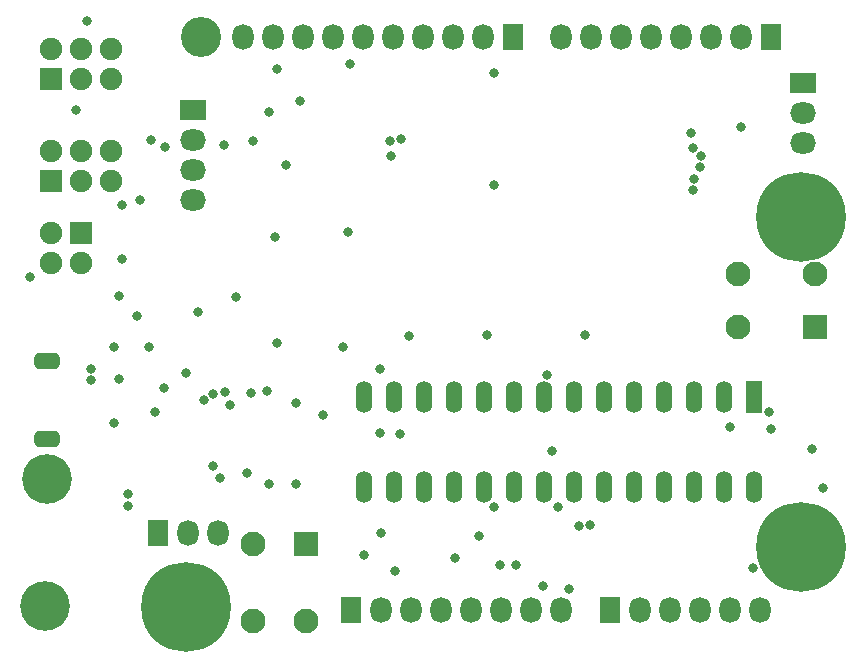
<source format=gbs>
G04*
G04 #@! TF.GenerationSoftware,Altium Limited,Altium Designer,20.0.13 (296)*
G04*
G04 Layer_Color=16711935*
%FSLAX44Y44*%
%MOMM*%
G71*
G01*
G75*
%ADD39R,2.1000X2.1000*%
%ADD61C,3.4000*%
%ADD62C,1.9000*%
%ADD63R,1.9000X1.9000*%
%ADD64C,2.1000*%
%ADD65R,2.1000X2.1000*%
%ADD66C,4.2000*%
G04:AMPARAMS|DCode=67|XSize=2.2mm|YSize=1.4mm|CornerRadius=0.46mm|HoleSize=0mm|Usage=FLASHONLY|Rotation=0.000|XOffset=0mm|YOffset=0mm|HoleType=Round|Shape=RoundedRectangle|*
%AMROUNDEDRECTD67*
21,1,2.2000,0.4800,0,0,0.0*
21,1,1.2800,1.4000,0,0,0.0*
1,1,0.9200,0.6400,-0.2400*
1,1,0.9200,-0.6400,-0.2400*
1,1,0.9200,-0.6400,0.2400*
1,1,0.9200,0.6400,0.2400*
%
%ADD67ROUNDEDRECTD67*%
%ADD68O,1.8000X2.2000*%
%ADD69R,1.8000X2.2000*%
%ADD70O,2.2000X1.8000*%
%ADD71R,2.2000X1.8000*%
%ADD72C,7.6000*%
%ADD73R,1.4000X2.7000*%
%ADD74O,1.4000X2.7000*%
%ADD75C,0.8000*%
D39*
X241500Y78500D02*
D03*
D61*
X152400Y508000D02*
D03*
D62*
X25400Y316600D02*
D03*
X50800D02*
D03*
X25400Y342000D02*
D03*
X76200Y497840D02*
D03*
X50800D02*
D03*
X25400D02*
D03*
X76200Y472440D02*
D03*
X50800D02*
D03*
Y386080D02*
D03*
X76200D02*
D03*
X25400Y411480D02*
D03*
X50800D02*
D03*
X76200D02*
D03*
D63*
X50800Y342000D02*
D03*
X25400Y472440D02*
D03*
Y386080D02*
D03*
D64*
X607500Y262500D02*
D03*
Y307500D02*
D03*
X672500D02*
D03*
X196500Y78500D02*
D03*
Y13500D02*
D03*
X241500D02*
D03*
D65*
X672500Y262500D02*
D03*
D66*
X22000Y134000D02*
D03*
X21000Y26000D02*
D03*
D67*
X21995Y168000D02*
D03*
Y234000D02*
D03*
D68*
X457200Y508000D02*
D03*
X482600D02*
D03*
X508000D02*
D03*
X533400D02*
D03*
X558800D02*
D03*
X584200D02*
D03*
X609600D02*
D03*
X141600Y88000D02*
D03*
X167000D02*
D03*
X187960Y508000D02*
D03*
X213360D02*
D03*
X238760D02*
D03*
X264160D02*
D03*
X289560D02*
D03*
X314960D02*
D03*
X340360D02*
D03*
X365760D02*
D03*
X391160D02*
D03*
X524200Y23000D02*
D03*
X549600D02*
D03*
X575000D02*
D03*
X600400D02*
D03*
X625800D02*
D03*
X457200D02*
D03*
X431800D02*
D03*
X406400D02*
D03*
X381000D02*
D03*
X355600D02*
D03*
X330200D02*
D03*
X304800D02*
D03*
D69*
X635000Y508000D02*
D03*
X116200Y88000D02*
D03*
X416560Y508000D02*
D03*
X498800Y23000D02*
D03*
X279400D02*
D03*
D70*
X146000Y369800D02*
D03*
Y395200D02*
D03*
Y420600D02*
D03*
X662000Y443600D02*
D03*
Y418200D02*
D03*
D71*
X146000Y446000D02*
D03*
X662000Y469000D02*
D03*
D72*
X139700Y25400D02*
D03*
X660400Y76200D02*
D03*
Y355600D02*
D03*
D73*
X620650Y203200D02*
D03*
D74*
X595250D02*
D03*
X569850D02*
D03*
X544450D02*
D03*
X519050D02*
D03*
X493650D02*
D03*
X468250D02*
D03*
X442850D02*
D03*
X417450D02*
D03*
X392050D02*
D03*
X366650D02*
D03*
X341250D02*
D03*
X315850D02*
D03*
X290450D02*
D03*
X620650Y127000D02*
D03*
X595250D02*
D03*
X569850D02*
D03*
X544450D02*
D03*
X519050D02*
D03*
X493650D02*
D03*
X468250D02*
D03*
X442850D02*
D03*
X417450D02*
D03*
X392050D02*
D03*
X366650D02*
D03*
X341250D02*
D03*
X315850D02*
D03*
X290550Y127100D02*
D03*
D75*
X59247Y218000D02*
D03*
X569000Y379000D02*
D03*
X406000Y61000D02*
D03*
X110000Y421000D02*
D03*
X60000Y227000D02*
D03*
X91000Y121000D02*
D03*
X8000Y305000D02*
D03*
X473000Y93765D02*
D03*
X482000Y95000D02*
D03*
X83698Y219000D02*
D03*
X236375Y454000D02*
D03*
X83000Y289000D02*
D03*
X401000Y383000D02*
D03*
Y478000D02*
D03*
X79429Y181000D02*
D03*
X446000Y222000D02*
D03*
X478000Y256000D02*
D03*
X395000D02*
D03*
X108500Y245500D02*
D03*
X140000Y224000D02*
D03*
X150000Y275000D02*
D03*
X173000Y208000D02*
D03*
X195000Y207000D02*
D03*
X233000Y198000D02*
D03*
X273000Y246000D02*
D03*
X217000Y249000D02*
D03*
X182000Y288000D02*
D03*
X215000Y339000D02*
D03*
X277000Y343000D02*
D03*
X210000Y445000D02*
D03*
X197000Y420000D02*
D03*
X47000Y446000D02*
D03*
X56000Y522000D02*
D03*
X570000Y388000D02*
D03*
X634000Y191000D02*
D03*
X635000Y176000D02*
D03*
X679000Y126000D02*
D03*
X455000Y110000D02*
D03*
X419000Y61000D02*
D03*
X388000Y86000D02*
D03*
X401000Y110000D02*
D03*
X368000Y67000D02*
D03*
X305000Y88000D02*
D03*
X192000Y139000D02*
D03*
X233000Y130000D02*
D03*
X210000D02*
D03*
X163000Y145000D02*
D03*
X79000Y246000D02*
D03*
X313000Y420000D02*
D03*
X172000Y417000D02*
D03*
X122000Y415000D02*
D03*
X169000Y135000D02*
D03*
X291000Y70000D02*
D03*
X317000Y56000D02*
D03*
X442000Y43000D02*
D03*
X464000Y41000D02*
D03*
X620000Y59000D02*
D03*
X86000Y320000D02*
D03*
Y366000D02*
D03*
X98500Y272000D02*
D03*
X101000Y370000D02*
D03*
X256000Y188000D02*
D03*
X450000Y158000D02*
D03*
X208750Y208250D02*
D03*
X177000Y197000D02*
D03*
X163000Y206000D02*
D03*
X155250Y201250D02*
D03*
X91000Y111000D02*
D03*
X114000Y191000D02*
D03*
X121000Y211000D02*
D03*
X279000Y485000D02*
D03*
X576000Y407000D02*
D03*
X575000Y398000D02*
D03*
X601000Y178000D02*
D03*
X217000Y481000D02*
D03*
X225000Y400000D02*
D03*
X314000Y407000D02*
D03*
X322000Y422000D02*
D03*
X568000Y427000D02*
D03*
X569000Y414000D02*
D03*
X670250Y159250D02*
D03*
X610000Y432000D02*
D03*
X321000Y172000D02*
D03*
X329000Y255000D02*
D03*
X304000Y227000D02*
D03*
Y173000D02*
D03*
M02*

</source>
